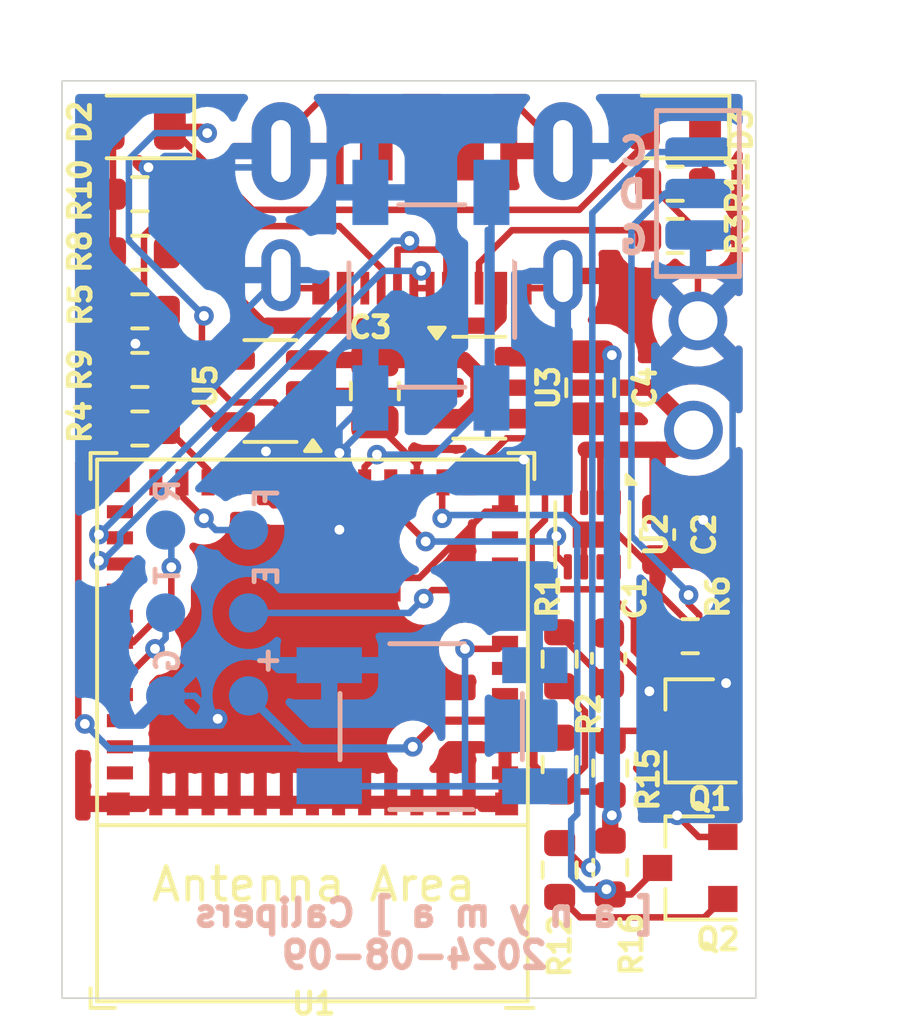
<source format=kicad_pcb>
(kicad_pcb (version 20240108) (generator "pcbnew") (generator_version "8.0")
  (layers (0 "F.Cu" signal) (31 "B.Cu" signal) (34 "B.Paste" user) (35 "F.Paste" user) (36 "B.SilkS" user "B.Silkscreen") (37 "F.SilkS" user "F.Silkscreen") (38 "B.Mask" user) (39 "F.Mask" user) (44 "Edge.Cuts" user))
  (net 0 "")
  (net 1 "GND")
  (net 2 "/en")
  (net 3 "/data")
  (net 4 "+3V3")
  (net 5 "+5V")
  (net 6 "/clock")
  (net 7 "/rx")
  (net 8 "/tx")
  (net 9 "/flash")
  (net 10 "/usb+")
  (net 11 "/usb-")
  (net 13 "Net-(J3-CC1)")
  (net 14 "Net-(J3-CC2)")
  (net 16 "/strap2")
  (net 17 "Net-(Q1-PadB)")
  (net 19 "/gpio_6")
  (net 21 "/ad1")
  (net 32 "/strap1")
  (net 36 "/gpio_0")
  (net 37 "/gpio_1")
  (net 38 "+BATT")
  (net 39 "/scl{slash}flash")
  (net 40 "/sda")
  (net 41 "Net-(D2-A)")
  (net 42 "Net-(D2-K)")
  (net 43 "Net-(D3-K)")
  (net 44 "Net-(U5-PROG)")
  (net 45 "Net-(U1-GPIO3{slash}ADC1_CH3)")
  (net 46 "Net-(U1-GPIO10)")
  (net 49 "Net-(Q2-PadB)")
  (footprint "Resistor_SMD:R_0603_1608Metric" (layer "F.Cu") (at 199.65 65.199 -90)
    (property "Reference" "R12")
    (property "Value" "560")
  )
  (footprint "Package_TO_SOT_SMD:SOT-23-5" (layer "F.Cu") (at 190.7875 50.524 180)
    (property "Reference" "U5")
    (property "Value" "MCP73831-2-OT")
  )
  (footprint "Capacitor_SMD:C_0603_1608Metric" (layer "F.Cu") (at 202.65 54.924 -90)
    (property "Reference" "C2")
    (property "Value" "100n")
  )
  (footprint "Resistor_SMD:R_0603_1608Metric" (layer "F.Cu") (at 203.1875 44.174 180)
    (property "Reference" "R11")
    (property "Value" "2k")
  )
  (footprint "synkie_footprints:SOT-23_BEC" (layer "F.Cu") (at 203.65 60.9365 180)
    (property "Reference" "Q1")
    (property "Value" "BC847")
  )
  (footprint "synkie_footprints:Solderpad_1mm" (layer "F.Cu") (at 203.242 51.47 180)
    (property "Reference" "J9" (hide yes))
    (property "Value" "BATT+")
  )
  (footprint "Resistor_SMD:R_0603_1608Metric" (layer "F.Cu") (at 203.65 58.0365 180)
    (property "Reference" "R6")
    (property "Value" "560")
  )
  (footprint "Resistor_SMD:R_0603_1608Metric" (layer "F.Cu") (at 186.7875 51.674)
    (property "Reference" "R4")
    (property "Value" "5k1")
  )
  (footprint "synkie_footprints:Solderpad_1mm" (layer "F.Cu") (at 203.3795 48.12 180)
    (property "Reference" "J10" (hide yes))
    (property "Value" "BATT-")
  )
  (footprint "Capacitor_SMD:C_0805_2012Metric" (layer "F.Cu") (at 193.9875 50.524 -90)
    (property "Reference" "C3")
    (property "Value" "10u")
  )
  (footprint "Resistor_SMD:R_0603_1608Metric" (layer "F.Cu") (at 199.65 58.7405 90)
    (property "Reference" "R1")
    (property "Value" "5k1")
  )
  (footprint "Package_TO_SOT_SMD:SOT-23-5" (layer "F.Cu") (at 197.1875 50.424)
    (property "Reference" "U3")
    (property "Value" "XC6220B331MR")
  )
  (footprint "Resistor_SMD:R_0603_1608Metric" (layer "F.Cu") (at 203.1875 45.774)
    (property "Reference" "R3")
    (property "Value" "5k1")
  )
  (footprint "LED_SMD:LED_0805_2012Metric" (layer "F.Cu") (at 203.1675 42.434 180)
    (property "Reference" "D3")
    (property "Value" "RDY")
  )
  (footprint "Resistor_SMD:R_0603_1608Metric" (layer "F.Cu") (at 201.2 65.124 90)
    (property "Reference" "R16")
    (property "Value" "51k")
  )
  (footprint "LED_SMD:LED_0805_2012Metric" (layer "F.Cu") (at 186.7675 42.434 180)
    (property "Reference" "D2")
    (property "Value" "CHRG")
  )
  (footprint "Resistor_SMD:R_0603_1608Metric" (layer "F.Cu") (at 186.7875 49.879 180)
    (property "Reference" "R9")
    (property "Value" "2k")
  )
  (footprint "synkie_footprints:JAE_USB-C_SJ122205" (layer "F.Cu") (at 195.43 46.274 180)
    (property "Reference" "J3" (hide yes))
    (property "Value" "USB_C_Receptacle_USB2.0")
  )
  (footprint "Capacitor_SMD:C_0603_1608Metric" (layer "F.Cu") (at 201.15 58.7139 90)
    (property "Reference" "C1")
    (property "Value" "1u")
  )
  (footprint "Resistor_SMD:R_0603_1608Metric" (layer "F.Cu") (at 186.7875 46.289 180)
    (property "Reference" "R8")
    (property "Value" "2k")
  )
  (footprint "Resistor_SMD:R_0603_1608Metric" (layer "F.Cu") (at 201.2 62.0772 -90)
    (property "Reference" "R15")
    (property "Value" "51k")
  )
  (footprint "PCM_Espressif:ESP32-C3-MINI-1" (layer "F.Cu") (at 192.075 60.924 180)
    (property "Reference" "U1")
    (property "Value" "ESP32-C3-MINI-1")
  )
  (footprint "Resistor_SMD:R_0603_1608Metric" (layer "F.Cu") (at 186.7875 48.084 180)
    (property "Reference" "R5")
    (property "Value" "5k1")
  )
  (footprint "Resistor_SMD:R_0603_1608Metric" (layer "F.Cu") (at 199.65 61.96975 90)
    (property "Reference" "R2")
    (property "Value" "5k1")
  )
  (footprint "Capacitor_SMD:C_0805_2012Metric" (layer "F.Cu") (at 200.5875 50.424 -90)
    (property "Reference" "C4")
    (property "Value" "4u7")
  )
  (footprint "Resistor_SMD:R_0603_1608Metric" (layer "F.Cu") (at 186.7875 44.494)
    (property "Reference" "R10")
    (property "Value" "2k")
  )
  (footprint "synkie_footprints:SOT-23_BEC" (layer "F.Cu") (at 203.65 65.1365 180)
    (property "Reference" "Q2")
    (property "Value" "BC847")
  )
  (footprint "Package_DFN_QFN:TDFN-8-1EP_2x2mm_P0.5mm_EP0.8x1.2mm" (layer "F.Cu") (at 200.65 54.924 -90)
    (property "Reference" "U2")
    (property "Value" "~")
  )
  (footprint "synkie_footprints:Alps_Tactile_Switch" (layer "B.Cu") (at 195.704 60.824)
    (property "Reference" "SW4" (hide yes))
    (property "Value" "Btn-2")
  )
  (footprint "synkie_footprints:Alps_Tactile_Switch" (layer "B.Cu") (at 195.75 47.624 90)
    (property "Reference" "SW2" (hide yes))
    (property "Value" "Btn-1")
  )
  (footprint "anyma_footprints:solderpad_1.27mm_3" (layer "B.Cu") (at 203.8875 44.474 180)
    (property "Reference" "J1" (hide yes))
    (property "Value" "Conn_01x03_Pin")
  )
  (footprint "Anyma06:AnymaPOGO-ESP" (layer "B.Cu") (at 185.035 54.784 90)
    (property "Reference" "J2" (hide yes))
    (property "Value" "Prog")
  )
  (gr_rect (start 184.4 41.0232) (end 205.6596 69.1248) (stroke (width 0.05)) (fill none) (layer "Edge.Cuts"))
  (gr_text "C" (at 202.4508 43.6532 0) (layer "B.SilkS") (effects (font (size 0.8 0.8) (thickness 0.2) (bold yes)) (justify left bottom mirror)))
  (gr_text "D" (at 202.4 44.974 0) (layer "B.SilkS") (effects (font (size 0.8 0.8) (thickness 0.2) (bold yes)) (justify left bottom mirror)))
  (gr_text "[ a n y m a ] Calipers \n2024-08-09" (at 195.2 68.274 0) (layer "B.SilkS") (effects (font (size 0.8 0.8) (thickness 0.2) (bold yes)) (justify bottom mirror)))
  (gr_text "G" (at 202.4496 46.3786 0) (layer "B.SilkS") (effects (font (size 0.8 0.8) (thickness 0.2) (bold yes)) (justify left bottom mirror)))
  (segment (start 200.814386 54.924) (end 200.65 54.924) (width 0.2) (layer "F.Cu") (net 1))
  (segment (start 190.699998 52.423998) (end 190.65 52.374) (width 0.2) (layer "F.Cu") (net 1))
  (segment (start 204.65 59.9865) (end 204.65 59.923391) (width 0.2) (layer "F.Cu") (net 1))
  (segment (start 197.375 54.224) (end 195.35 56.249) (width 0.2) (layer "F.Cu") (net 1))
  (segment (start 200.2 51.374) (end 199.9 51.674) (width 0.2) (layer "F.Cu") (net 1))
  (segment (start 187.6125 44.494) (end 187.6125 44.2365) (width 0.2) (layer "F.Cu") (net 1))
  (segment (start 198.025 63.174) (end 198.025 61.474) (width 0.2) (layer "F.Cu") (net 1))
  (segment (start 193.9875 51.474) (end 193.849998 51.474) (width 0.2) (layer "F.Cu") (net 1))
  (segment (start 198.025 61.474) (end 197.975 61.424) (width 0.2) (layer "F.Cu") (net 1))
  (segment (start 192.075 55.599) (end 192.9 54.774) (width 0.2) (layer "F.Cu") (net 1))
  (segment (start 203.525 57.548852) (end 202.65 56.673852) (width 0.2) (layer "F.Cu") (net 1))
  (segment (start 203.9125 64.1865) (end 203.25 63.524) (width 0.2) (layer "F.Cu") (net 1))
  (segment (start 199.9 54.338386) (end 200.485614 54.924) (width 0.2) (layer "F.Cu") (net 1))
  (segment (start 185.9625 48.084) (end 185.9625 48.3865) (width 0.2) (layer "F.Cu") (net 1))
  (segment (start 200.4 55.9115) (end 200.4 55.174) (width 0.2) (layer "F.Cu") (net 1))
  (segment (start 199.375 47.374) (end 199.75 46.999) (width 0.2) (layer "F.Cu") (net 1))
  (segment (start 192.9 52.423998) (end 190.699998 52.423998) (width 0.2) (layer "F.Cu") (net 1))
  (segment (start 186.6625 50.579) (end 185.9625 49.879) (width 0.2) (layer "F.Cu") (net 1))
  (segment (start 200.5875 51.374) (end 200.2 51.374) (width 0.2) (layer "F.Cu") (net 1))
  (segment (start 195.35 56.249) (end 194.05 56.249) (width 0.2) (layer "F.Cu") (net 1))
  (segment (start 202.65 56.673852) (end 202.65 55.699) (width 0.2) (layer "F.Cu") (net 1))
  (segment (start 191.925 50.524) (end 194.05 50.524) (width 0.2) (layer "F.Cu") (net 1))
  (segment (start 202.225 55.699) (end 202.65 55.699) (width 0.2) (layer "F.Cu") (net 1))
  (segment (start 192.075 56.249) (end 192.075 55.599) (width 0.2) (layer "F.Cu") (net 1))
  (segment (start 198.025 53.274) (end 198.025 53.149) (width 0.2) (layer "F.Cu") (net 1))
  (segment (start 202.65 55.699) (end 202.825 55.699) (width 0.2) (layer "F.Cu") (net 1))
  (segment (start 186.125 63.174) (end 198.025 63.174) (width 0.2) (layer "F.Cu") (net 1))
  (segment (start 203.8875 45.899) (end 204.0125 45.774) (width 0.2) (layer "F.Cu") (net 1))
  (segment (start 204.65 64.1865) (end 203.9125 64.1865) (width 0.2) (layer "F.Cu") (net 1))
  (segment (start 195.275 52.7615) (end 193.9875 51.474) (width 0.2) (layer "F.Cu") (net 1))
  (segment (start 201.4 54.338386) (end 200.814386 54.924) (width 0.2) (layer "F.Cu") (net 1))
  (segment (start 202.825 55.699) (end 204.05 54.474) (width 0.2) (layer "F.Cu") (net 1))
  (segment (start 186.6625 52.7365) (end 186.6625 50.579) (width 0.2) (layer "F.Cu") (net 1))
  (segment (start 200.485614 54.924) (end 200.65 54.924) (width 0.2) (layer "F.Cu") (net 1))
  (segment (start 187.6125 44.2365) (end 187.05 43.674) (width 0.2) (layer "F.Cu") (net 1))
  (segment (start 203.525 58.798391) (end 203.525 57.548852) (width 0.2) (layer "F.Cu") (net 1))
  (segment (start 192.33 47.374) (end 191.51 47.374) (width 0.2) (layer "F.Cu") (net 1))
  (segment (start 191.51 47.374) (end 191.11 46.974) (width 0.2) (layer "F.Cu") (net 1))
  (segment (start 201.15 58.265204) (end 202.4 59.515204) (width 0.2) (layer "F.Cu") (net 1))
  (segment (start 197.975 54.224) (end 197.375 54.224) (width 0.2) (layer "F.Cu") (net 1))
  (segment (start 193.9875 50.5865) (end 193.9875 51.474) (width 0.2) (layer "F.Cu") (net 1))
  (segment (start 204.65 59.9865) (end 204.65 59.574) (width 0.2) (layer "F.Cu") (net 1))
  (segment (start 201.4 53.9365) (end 201.4 54.338386) (width 0.2) (layer "F.Cu") (net 1))
  (segment (start 186.125 53.274) (end 186.6625 52.7365) (width 0.2) (layer "F.Cu") (net 1))
  (segment (start 202.4125 44.174) (end 204.0125 45.774) (width 0.2) (layer "F.Cu") (net 1))
  (segment (start 199.75 43.174) (end 198.15 41.574) (width 0.2) (layer "F.Cu") (net 1))
  (segment (start 204.65 59.923391) (end 203.525 58.798391) (width 0.2) (layer "F.Cu") (net 1))
  (segment (start 198.025 53.149) (end 198.55 52.624) (width 0.2) (layer "F.Cu") (net 1))
  (segment (start 201.45 54.924) (end 202.225 55.699) (width 0.2) (layer "F.Cu") (net 1))
  (segment (start 199.9 53.9365) (end 199.9 54.338386) (width 0.2) (layer "F.Cu") (net 1))
  (segment (start 192.35 41.574) (end 191.11 42.814) (width 0.2) (layer "F.Cu") (net 1))
  (segment (start 194.05 50.524) (end 193.9875 50.5865) (width 0.2) (layer "F.Cu") (net 1))
  (segment (start 202.4 59.515204) (end 202.4 59.724) (width 0.2) (layer "F.Cu") (net 1))
  (segment (start 195.95 50.524) (end 196.05 50.424) (width 0.2) (layer "F.Cu") (net 1))
  (segment (start 199.9 51.674) (end 199.9 53.9365) (width 0.2) (layer "F.Cu") (net 1))
  (segment (start 191.11 42.814) (end 191.11 43.174) (width 0.2) (layer "F.Cu") (net 1))
  (segment (start 204.65 59.574) (end 204.75 59.474) (width 0.2) (layer "F.Cu") (net 1))
  (segment (start 200.65 54.924) (end 201.45 54.924) (width 0.2) (layer "F.Cu") (net 1))
  (segment (start 185.9625 48.3865) (end 186.65 49.074) (width 0.2) (layer "F.Cu") (net 1))
  (segment (start 198.15 41.574) (end 192.35 41.574) (width 0.2) (layer "F.Cu") (net 1))
  (segment (start 202.3625 44.174) (end 202.4125 44.174) (width 0.2) (layer "F.Cu") (net 1))
  (segment (start 201.15 57.9389) (end 201.15 58.265204) (width 0.2) (layer "F.Cu") (net 1))
  (segment (start 185.9625 49.879) (end 185.9625 48.084) (width 0.2) (layer "F.Cu") (net 1))
  (segment (start 195.275 53.324) (end 195.275 52.7615) (width 0.2) (layer "F.Cu") (net 1))
  (segment (start 190.1 60.199) (end 189.53939 60.199) (width 0.2) (layer "F.Cu") (net 1))
  (segment (start 193.849998 51.474) (end 192.9 52.423998) (width 0.2) (layer "F.Cu") (net 1))
  (segment (start 200.4 55.174) (end 200.65 54.924) (width 0.2) (layer "F.Cu") (net 1))
  (segment (start 198.53 47.374) (end 199.375 47.374) (width 0.2) (layer "F.Cu") (net 1))
  (segment (start 203.8875 48.374) (end 203.8875 45.899) (width 0.2) (layer "F.Cu") (net 1))
  (segment (start 194.05 50.524) (end 195.95 50.524) (width 0.2) (layer "F.Cu") (net 1))
  (segment (start 189.53939 60.199) (end 189.171403 60.566987) (width 0.2) (layer "F.Cu") (net 1))
  (via (at 186.65 49.074) (size 0.6) (drill 0.3) (layers "F.Cu" "B.Cu") (net 1))
  (via (at 202.4 59.724) (size 0.6) (drill 0.3) (layers "F.Cu" "B.Cu") (net 1))
  (via (at 204.75 59.474) (size 0.6) (drill 0.3) (layers "F.Cu" "B.Cu") (net 1))
  (via (at 203.25 63.524) (size 0.6) (drill 0.3) (layers "F.Cu" "B.Cu") (net 1))
  (via (at 190.65 52.374) (size 0.6) (drill 0.3) (layers "F.Cu" "B.Cu") (net 1))
  (via (at 198.55 52.624) (size 0.6) (drill 0.3) (layers "F.Cu" "B.Cu") (net 1))
  (via (at 192.9 52.423998) (size 0.6) (drill 0.3) (layers "F.Cu" "B.Cu") (net 1))
  (via (at 192.9 54.774) (size 0.6) (drill 0.3) (layers "F.Cu" "B.Cu") (net 1))
  (via (at 187.05 43.674) (size 0.6) (drill 0.3) (layers "F.Cu" "B.Cu") (net 1))
  (via (at 189.171403 60.566987) (size 0.6) (drill 0.3) (layers "F.Cu" "B.Cu") (net 1))
  (via (at 204.05 54.474) (size 0.6) (drill 0.3) (layers "F.Cu" "B.Cu") (net 1))
  (segment (start 204.95 49.4365) (end 203.8875 48.374) (width 0.2) (layer "B.Cu") (net 1))
  (segment (start 199.75 51.424) (end 199.75 46.999) (width 0.2) (layer "B.Cu") (net 1))
  (segment (start 192.9 51.689) (end 193.85 50.739) (width 0.2) (layer "B.Cu") (net 1))
  (segment (start 203.25 63.524) (end 204.95 61.824) (width 0.2) (layer "B.Cu") (net 1))
  (segment (start 186.65 49.074) (end 189.01 49.074) (width 0.2) (layer "B.Cu") (net 1))
  (segment (start 204.75 59.474) (end 204.75 61.624) (width 0.2) (layer "B.Cu") (net 1))
  (segment (start 189.01 49.074) (end 191.11 46.974) (width 0.2) (layer "B.Cu") (net 1))
  (segment (start 204.5 59.724) (end 204.75 59.474) (width 0.2) (layer "B.Cu") (net 1))
  (segment (start 192.285 50.739) (end 193.85 50.739) (width 0.2) (layer "B.Cu") (net 1))
  (segment (start 187.05 43.674) (end 190.61 43.674) (width 0.2) (layer "B.Cu") (net 1))
  (segment (start 188.468416 59.864) (end 189.171403 60.566987) (width 0.2) (layer "B.Cu") (net 1))
  (segment (start 192.9 54.774) (end 192.9 51.689) (width 0.2) (layer "B.Cu") (net 1))
  (segment (start 204.05 54.474) (end 204.85 54.474) (width 0.2) (layer "B.Cu") (net 1))
  (segment (start 193.85 51.473998) (end 192.9 52.423998) (width 0.2) (layer "B.Cu") (net 1))
  (segment (start 204.85 54.474) (end 204.95 54.374) (width 0.2) (layer "B.Cu") (net 1))
  (segment (start 204.95 54.374) (end 204.95 49.4365) (width 0.2) (layer "B.Cu") (net 1))
  (segment (start 187.575 59.864) (end 188.468416 59.864) (width 0.2) (layer "B.Cu") (net 1))
  (segment (start 192.9 51.689) (end 192.9 52.423998) (width 0.2) (layer "B.Cu") (net 1))
  (segment (start 190.65 52.374) (end 192.285 50.739) (width 0.2) (layer "B.Cu") (net 1))
  (segment (start 193.85 50.739) (end 193.85 51.473998) (width 0.2) (layer "B.Cu") (net 1))
  (segment (start 204.75 61.624) (end 204.95 61.824) (width 0.2) (layer "B.Cu") (net 1))
  (segment (start 202.4 59.724) (end 204.5 59.724) (width 0.2) (layer "B.Cu") (net 1))
  (segment (start 190.61 43.674) (end 191.11 43.174) (width 0.2) (layer "B.Cu") (net 1))
  (segment (start 204.95 61.824) (end 204.95 54.374) (width 0.2) (layer "B.Cu") (net 1))
  (segment (start 198.55 52.624) (end 199.75 51.424) (width 0.2) (layer "B.Cu") (net 1))
  (segment (start 198.3585 56.624) (end 199.65 57.9155) (width 0.2) (layer "F.Cu") (net 2))
  (segment (start 199.65 57.9889) (end 201.15 59.4889) (width 0.2) (layer "F.Cu") (net 2))
  (segment (start 199.65 57.9155) (end 199.65 57.9889) (width 0.2) (layer "F.Cu") (net 2))
  (segment (start 197.975 56.624) (end 198.3585 56.624) (width 0.2) (layer "F.Cu") (net 2))
  (segment (start 195.744965 56.624) (end 195.483907 56.885058) (width 0.2) (layer "F.Cu") (net 2))
  (segment (start 197.975 56.624) (end 195.744965 56.624) (width 0.2) (layer "F.Cu") (net 2))
  (via (at 195.483907 56.885058) (size 0.6) (drill 0.3) (layers "F.Cu" "B.Cu") (net 2))
  (segment (start 190.115 57.324) (end 195.044965 57.324) (width 0.2) (layer "B.Cu") (net 2))
  (segment (start 195.044965 57.324) (end 195.483907 56.885058) (width 0.2) (layer "B.Cu") (net 2))
  (segment (start 203.599339 56.774661) (end 203.599339 57.057505) (width 0.2) (layer "F.Cu") (net 3))
  (segment (start 203.925 57.4865) (end 204.475 58.0365) (width 0.2) (layer "F.Cu") (net 3))
  (segment (start 203.599339 57.057505) (end 203.925 57.383166) (width 0.2) (layer "F.Cu") (net 3))
  (segment (start 203.925 57.383166) (end 203.925 57.4865) (width 0.2) (layer "F.Cu") (net 3))
  (via (at 203.599339 56.774661) (size 0.6) (drill 0.3) (layers "F.Cu" "B.Cu") (net 3))
  (segment (start 203.599339 56.774661) (end 203.599339 56.713617) (width 0.2) (layer "B.Cu") (net 3))
  (segment (start 203.599339 56.713617) (end 201.85 54.964278) (width 0.2) (layer "B.Cu") (net 3))
  (segment (start 201.85 45.5115) (end 202.8875 44.474) (width 0.2) (layer "B.Cu") (net 3))
  (segment (start 201.85 54.964278) (end 201.85 45.5115) (width 0.2) (layer "B.Cu") (net 3))
  (segment (start 202.8875 44.474) (end 203.8875 44.474) (width 0.2) (layer "B.Cu") (net 3))
  (segment (start 185.9625 51.674) (end 184.9 52.7365) (width 0.2) (layer "F.Cu") (net 4))
  (segment (start 198.85 61.99475) (end 199.65 62.79475) (width 0.25) (layer "F.Cu") (net 4))
  (segment (start 201.2 63.574) (end 201.25 63.524) (width 0.5) (layer "F.Cu") (net 4))
  (segment (start 198.85 61.049) (end 198.85 61.99475) (width 0.25) (layer "F.Cu") (net 4))
  (segment (start 195.95 60.624) (end 197.975 60.624) (width 0.25) (layer "F.Cu") (net 4))
  (segment (start 184.9 52.7365) (end 184.9 60.524) (width 0.2) (layer "F.Cu") (net 4))
  (segment (start 184.9 60.524) (end 185.1 60.724) (width 0.2) (layer "F.Cu") (net 4))
  (segment (start 200.425 62.01975) (end 199.65 62.79475) (width 0.2) (layer "F.Cu") (net 4))
  (segment (start 199.65 59.5655) (end 200.425 60.3405) (width 0.2) (layer "F.Cu") (net 4))
  (segment (start 201.09255 62.79475) (end 201.2 62.9022) (width 0.2) (layer "F.Cu") (net 4))
  (segment (start 201.25 63.524) (end 201.25 62.9522) (width 0.5) (layer "F.Cu") (net 4))
  (segment (start 201.25 62.9522) (end 201.2 62.9022) (width 0.5) (layer "F.Cu") (net 4))
  (segment (start 198.325 49.474) (end 200.5875 49.474) (width 0.5) (layer "F.Cu") (net 4))
  (segment (start 200.425 60.3405) (end 200.425 62.01975) (width 0.2) (layer "F.Cu") (net 4))
  (segment (start 200.5875 49.474) (end 201.2 49.474) (width 0.5) (layer "F.Cu") (net 4))
  (segment (start 195.15 61.424) (end 195.95 60.624) (width 0.25) (layer "F.Cu") (net 4))
  (segment (start 201.2 49.474) (end 201.25 49.424) (width 0.5) (layer "F.Cu") (net 4))
  (segment (start 201.2 64.299) (end 201.2 63.574) (width 0.5) (layer "F.Cu") (net 4))
  (segment (start 197.975 60.624) (end 198.425 60.624) (width 0.25) (layer "F.Cu") (net 4))
  (segment (start 198.425 60.624) (end 198.85 61.049) (width 0.25) (layer "F.Cu") (net 4))
  (segment (start 199.65 62.79475) (end 201.09255 62.79475) (width 0.2) (layer "F.Cu") (net 4))
  (via (at 201.25 63.524) (size 0.6) (drill 0.3) (layers "F.Cu" "B.Cu") (net 4))
  (via (at 185.1 60.724) (size 0.6) (drill 0.3) (layers "F.Cu" "B.Cu") (net 4))
  (via (at 195.15 61.424) (size 0.6) (drill 0.3) (layers "F.Cu" "B.Cu") (net 4))
  (via (at 201.25 49.424) (size 0.6) (drill 0.3) (layers "F.Cu" "B.Cu") (net 4))
  (segment (start 185.85 61.474) (end 191.625 61.474) (width 0.2) (layer "B.Cu") (net 4))
  (segment (start 191.725 61.474) (end 195.1 61.474) (width 0.25) (layer "B.Cu") (net 4))
  (segment (start 191.625 61.474) (end 191.675 61.424) (width 0.2) (layer "B.Cu") (net 4))
  (segment (start 185.1 60.724) (end 185.85 61.474) (width 0.2) (layer "B.Cu") (net 4))
  (segment (start 195.1 61.474) (end 195.15 61.424) (width 0.25) (layer "B.Cu") (net 4))
  (segment (start 190.115 59.864) (end 191.675 61.424) (width 0.25) (layer "B.Cu") (net 4))
  (segment (start 201.25 49.424) (end 201.25 63.524) (width 0.5) (layer "B.Cu") (net 4))
  (segment (start 191.675 61.424) (end 191.725 61.474) (width 0.25) (layer "B.Cu") (net 4))
  (segment (start 193.15 48.524) (end 190.7 48.524) (width 0.5) (layer "F.Cu") (net 5))
  (segment (start 197.78 48.254) (end 197.51 48.524) (width 0.5) (layer "F.Cu") (net 5))
  (segment (start 197.51 48.524) (end 193.15 48.524) (width 0.5) (layer "F.Cu") (net 5))
  (segment (start 187.6125 46.289) (end 188.465 46.289) (width 0.2) (layer "F.Cu") (net 5))
  (segment (start 193.08 48.454) (end 193.08 47.374) (width 0.5) (layer "F.Cu") (net 5))
  (segment (start 188.465 46.289) (end 190.7 48.524) (width 0.2) (layer "F.Cu") (net 5))
  (segment (start 193.15 48.524) (end 193.08 48.454) (width 0.5) (layer "F.Cu") (net 5))
  (segment (start 190.7 48.524) (end 189.65 49.574) (width 0.5) (layer "F.Cu") (net 5))
  (segment (start 197.78 47.374) (end 197.78 48.254) (width 0.5) (layer "F.Cu") (net 5))
  (segment (start 200.60329 65.123999) (end 200.399999 65.123999) (width 0.2) (layer "F.Cu") (net 6))
  (segment (start 200.399999 65.123999) (end 199.65 64.374) (width 0.2) (layer "F.Cu") (net 6))
  (via (at 200.60329 65.123999) (size 0.6) (drill 0.3) (layers "F.Cu" "B.Cu") (net 6))
  (segment (start 200.60329 65.123999) (end 200.65 65.077289) (width 0.2) (layer "B.Cu") (net 6))
  (segment (start 202.517792 43.204) (end 203.8875 43.204) (width 0.2) (layer "B.Cu") (net 6))
  (segment (start 200.65 45.071792) (end 202.517792 43.204) (width 0.2) (layer "B.Cu") (net 6))
  (segment (start 200.65 65.077289) (end 200.65 45.071792) (width 0.2) (layer "B.Cu") (net 6))
  (segment (start 186.575 58.224) (end 187.75 57.049) (width 0.2) (layer "F.Cu") (net 7))
  (segment (start 186.175 58.224) (end 186.575 58.224) (width 0.2) (layer "F.Cu") (net 7))
  (segment (start 187.75 57.049) (end 187.75 55.924) (width 0.2) (layer "F.Cu") (net 7))
  (via (at 187.75 55.924) (size 0.6) (drill 0.3) (layers "F.Cu" "B.Cu") (net 7))
  (segment (start 187.75 55.924) (end 187.75 54.959) (width 0.2) (layer "B.Cu") (net 7))
  (segment (start 187.75 54.959) (end 187.575 54.784) (width 0.2) (layer "B.Cu") (net 7))
  (segment (start 187.25 58.424) (end 186.65 59.024) (width 0.2) (layer "F.Cu") (net 8))
  (segment (start 186.65 59.024) (end 186.175 59.024) (width 0.2) (layer "F.Cu") (net 8))
  (via (at 187.25 58.424) (size 0.6) (drill 0.3) (layers "F.Cu" "B.Cu") (net 8))
  (segment (start 187.575 57.324) (end 187.575 58.099) (width 0.2) (layer "B.Cu") (net 8))
  (segment (start 187.575 58.099) (end 187.25 58.424) (width 0.2) (layer "B.Cu") (net 8))
  (segment (start 188.075 53.749) (end 188.075 53.324) (width 0.2) (layer "F.Cu") (net 9))
  (segment (start 188.75 54.424) (end 188.075 53.749) (width 0.2) (layer "F.Cu") (net 9))
  (via (at 188.75 54.424) (size 0.6) (drill 0.3) (layers "F.Cu" "B.Cu") (net 9))
  (segment (start 189.11 54.784) (end 188.75 54.424) (width 0.2) (layer "B.Cu") (net 9))
  (segment (start 190.115 54.784) (end 189.11 54.784) (width 0.2) (layer "B.Cu") (net 9))
  (segment (start 195.68 47.374) (end 195.68 47.120042) (width 0.2) (layer "F.Cu") (net 10))
  (segment (start 195.68 47.120042) (end 195.403958 46.844) (width 0.2) (layer "F.Cu") (net 10))
  (segment (start 185.84967 55.72367) (end 185.95 55.824) (width 0.2) (layer "F.Cu") (net 10))
  (segment (start 195.18 47.374) (end 195.68 47.374) (width 0.2) (layer "F.Cu") (net 10))
  (segment (start 185.5318 55.72367) (end 185.84967 55.72367) (width 0.2) (layer "F.Cu") (net 10))
  (via (at 185.5318 55.72367) (size 0.6) (drill 0.3) (layers "F.Cu" "B.Cu") (net 10))
  (via (at 195.403958 46.844) (size 0.6) (drill 0.3) (layers "F.Cu" "B.Cu") (net 10))
  (segment (start 186.1818 55.193239) (end 186.1818 54.904407) (width 0.2) (layer "B.Cu") (net 10))
  (segment (start 185.5318 55.72367) (end 185.651369 55.72367) (width 0.2) (layer "B.Cu") (net 10))
  (segment (start 194.242207 46.844) (end 195.403958 46.844) (width 0.2) (layer "B.Cu") (net 10))
  (segment (start 186.1818 54.904407) (end 194.242207 46.844) (width 0.2) (layer "B.Cu") (net 10))
  (segment (start 185.651369 55.72367) (end 186.1818 55.193239) (width 0.2) (layer "B.Cu") (net 10))
  (segment (start 194.68 47.374) (end 194.68 46.194) (width 0.2) (layer "F.Cu") (net 11))
  (segment (start 185.5318 54.924) (end 186.075 54.924) (width 0.2) (layer "F.Cu") (net 11))
  (segment (start 186.075 54.924) (end 186.175 55.024) (width 0.2) (layer "F.Cu") (net 11))
  (segment (start 196.18 46.294) (end 196.18 47.374) (width 0.2) (layer "F.Cu") (net 11))
  (segment (start 194.68 46.194) (end 195.35 46.194) (width 0.2) (layer "F.Cu") (net 11))
  (segment (start 196.08 46.194) (end 196.18 46.294) (width 0.2) (layer "F.Cu") (net 11))
  (segment (start 195.35 46.194) (end 195.32 46.194) (width 0.2) (layer "F.Cu") (net 11))
  (segment (start 195.35 46.194) (end 196.08 46.194) (width 0.2) (layer "F.Cu") (net 11))
  (segment (start 195.32 46.194) (end 195.05 45.924) (width 0.2) (layer "F.Cu") (net 11))
  (via (at 195.05 45.924) (size 0.6) (drill 0.3) (layers "F.Cu" "B.Cu") (net 11))
  (via (at 185.5318 54.924) (size 0.6) (drill 0.3) (layers "F.Cu" "B.Cu") (net 11))
  (segment (start 195.05 45.924) (end 194.5318 45.924) (width 0.2) (layer "B.Cu") (net 11))
  (segment (start 194.5318 45.924) (end 185.5318 54.924) (width 0.2) (layer "B.Cu") (net 11))
  (segment (start 197.18 46.604761) (end 198.185761 45.599) (width 0.2) (layer "F.Cu") (net 13))
  (segment (start 198.185761 45.599) (end 202.1875 45.599) (width 0.2) (layer "F.Cu") (net 13))
  (segment (start 202.1875 45.599) (end 202.3625 45.774) (width 0.2) (layer "F.Cu") (net 13))
  (segment (start 197.18 47.374) (end 197.18 46.604761) (width 0.2) (layer "F.Cu") (net 13))
  (segment (start 187.2 45.474) (end 192.9 45.474) (width 0.2) (layer "F.Cu") (net 14))
  (segment (start 186.9125 47.384) (end 186.9125 45.7615) (width 0.2) (layer "F.Cu") (net 14))
  (segment (start 192.9 45.474) (end 194.245 46.819) (width 0.2) (layer "F.Cu") (net 14))
  (segment (start 187.6125 48.084) (end 186.9125 47.384) (width 0.2) (layer "F.Cu") (net 14))
  (segment (start 186.9125 45.7615) (end 187.2 45.474) (width 0.2) (layer "F.Cu") (net 14))
  (segment (start 198.875 60.36975) (end 198.875 59.149) (width 0.2) (layer "F.Cu") (net 16))
  (segment (start 199.65 61.14475) (end 198.875 60.36975) (width 0.2) (layer "F.Cu") (net 16))
  (segment (start 198.875 59.149) (end 198.75 59.024) (width 0.2) (layer "F.Cu") (net 16))
  (segment (start 198.75 59.024) (end 197.975 59.024) (width 0.2) (layer "F.Cu") (net 16))
  (segment (start 202.825 58.664075) (end 202.825 58.0365) (width 0.2) (layer "F.Cu") (net 17))
  (segment (start 204.65 61.8865) (end 203.45 60.6865) (width 0.2) (layer "F.Cu") (net 17))
  (segment (start 203.45 60.6865) (end 203.45 59.289075) (width 0.2) (layer "F.Cu") (net 17))
  (segment (start 203.45 59.289075) (end 202.825 58.664075) (width 0.2) (layer "F.Cu") (net 17))
  (segment (start 190.875 54.024) (end 194.431762 54.024) (width 0.2) (layer "F.Cu") (net 19))
  (segment (start 199.549998 54.974) (end 199.549998 55.561498) (width 0.2) (layer "F.Cu") (net 19))
  (segment (start 190.775 53.924) (end 190.875 54.024) (width 0.2) (layer "F.Cu") (net 19))
  (segment (start 199.549998 55.561498) (end 199.9 55.9115) (width 0.2) (layer "F.Cu") (net 19))
  (segment (start 190.475 53.924) (end 190.775 53.924) (width 0.2) (layer "F.Cu") (net 19))
  (segment (start 194.431762 54.024) (end 195.543761 55.135999) (width 0.2) (layer "F.Cu") (net 19))
  (segment (start 190.475 53.324) (end 190.475 53.924) (width 0.2) (layer "F.Cu") (net 19))
  (via (at 199.549998 54.974) (size 0.6) (drill 0.3) (layers "F.Cu" "B.Cu") (net 19))
  (via (at 195.543761 55.135999) (size 0.6) (drill 0.3) (layers "F.Cu" "B.Cu") (net 19))
  (segment (start 199.387999 55.135999) (end 195.543761 55.135999) (width 0.2) (layer "B.Cu") (net 19))
  (segment (start 199.549998 54.974) (end 199.387999 55.135999) (width 0.2) (layer "B.Cu") (net 19))
  (segment (start 188.875 52.9365) (end 187.6125 51.674) (width 0.2) (layer "F.Cu") (net 32))
  (segment (start 188.875 53.324) (end 188.875 52.9365) (width 0.2) (layer "F.Cu") (net 32))
  (segment (start 198.819239 51.974) (end 198.025 51.974) (width 0.2) (layer "F.Cu") (net 36))
  (segment (start 199.504381 56.599) (end 198.79381 55.888429) (width 0.2) (layer "F.Cu") (net 36))
  (segment (start 201.5157 60.9365) (end 201.2 61.2522) (width 0.2) (layer "F.Cu") (net 36))
  (segment (start 199.2 54.474) (end 199.2 52.354761) (width 0.2) (layer "F.Cu") (net 36))
  (segment (start 202.669239 59.074) (end 202.524482 59.074) (width 0.2) (layer "F.Cu") (net 36))
  (segment (start 198.79381 55.888429) (end 198.79381 54.88019) (width 0.2) (layer "F.Cu") (net 36))
  (segment (start 198.025 51.974) (end 196.875 53.124) (width 0.2) (layer "F.Cu") (net 36))
  (segment (start 203.05 60.5365) (end 203.05 59.454761) (width 0.2) (layer "F.Cu") (net 36))
  (segment (start 201.925 58.474518) (end 201.925 57.490204) (width 0.2) (layer "F.Cu") (net 36))
  (segment (start 202.65 60.9365) (end 201.5157 60.9365) (width 0.2) (layer "F.Cu") (net 36))
  (segment (start 196.875 53.124) (end 196.875 53.324) (width 0.2) (layer "F.Cu") (net 36))
  (segment (start 201.033796 56.599) (end 199.504381 56.599) (width 0.2) (layer "F.Cu") (net 36))
  (segment (start 202.524482 59.074) (end 201.925 58.474518) (width 0.2) (layer "F.Cu") (net 36))
  (segment (start 202.65 60.9365) (end 203.05 60.5365) (width 0.2) (layer "F.Cu") (net 36))
  (segment (start 201.925 57.490204) (end 201.033796 56.599) (width 0.2) (layer "F.Cu") (net 36))
  (segment (start 203.05 59.454761) (end 202.669239 59.074) (width 0.2) (layer "F.Cu") (net 36))
  (segment (start 198.79381 54.88019) (end 199.2 54.474) (width 0.2) (layer "F.Cu") (net 36))
  (segment (start 199.2 52.354761) (end 198.819239 51.974) (width 0.2) (layer "F.Cu") (net 36))
  (segment (start 201.2 65.949) (end 201.0853 65.8343) (width 0.2) (layer "F.Cu") (net 37))
  (segment (start 196.05 53.349) (end 196.075 53.324) (width 0.2) (layer "F.Cu") (net 37))
  (segment (start 196.05 54.424) (end 196.05 53.349) (width 0.2) (layer "F.Cu") (net 37))
  (segment (start 201.0853 65.8343) (end 201.0853 65.788711) (width 0.2) (layer "F.Cu") (net 37))
  (segment (start 201.8375 65.949) (end 202.65 65.1365) (width 0.2) (layer "F.Cu") (net 37))
  (segment (start 201.2 65.949) (end 201.8375 65.949) (width 0.2) (layer "F.Cu") (net 37))
  (via (at 196.05 54.424) (size 0.6) (drill 0.3) (layers "F.Cu" "B.Cu") (net 37))
  (via (at 201.0853 65.788711) (size 0.6) (drill 0.3) (layers "F.Cu" "B.Cu") (net 37))
  (segment (start 200.419473 65.788711) (end 200.00329 65.372528) (width 0.2) (layer "B.Cu") (net 37))
  (segment (start 200.00329 65.372528) (end 200.00329 63.66971) (width 0.2) (layer "B.Cu") (net 37))
  (segment (start 200.189 54.693761) (end 199.819239 54.324) (width 0.2) (layer "B.Cu") (net 37))
  (segment (start 200.189 63.484) (end 200.189 54.693761) (width 0.2) (layer "B.Cu") (net 37))
  (segment (start 196.15 54.324) (end 196.05 54.424) (width 0.2) (layer "B.Cu") (net 37))
  (segment (start 199.819239 54.324) (end 196.15 54.324) (width 0.2) (layer "B.Cu") (net 37))
  (segment (start 200.00329 63.66971) (end 200.189 63.484) (width 0.2) (layer "B.Cu") (net 37))
  (segment (start 201.0853 65.788711) (end 200.419473 65.788711) (width 0.2) (layer "B.Cu") (net 37))
  (segment (start 195.05 49.574) (end 196.715184 49.574) (width 0.5) (layer "F.Cu") (net 38))
  (segment (start 191.925 49.574) (end 195.05 49.574) (width 0.5) (layer "F.Cu") (net 38))
  (segment (start 197.1625 50.324) (end 197.2625 50.424) (width 0.5) (layer "F.Cu") (net 38))
  (segment (start 197.2625 50.424) (end 202.45 50.424) (width 0.5) (layer "F.Cu") (net 38))
  (segment (start 197.1625 50.826684) (end 196.615184 51.374) (width 0.5) (layer "F.Cu") (net 38))
  (segment (start 200.9 52.374) (end 200.95 52.324) (width 0.2) (layer "F.Cu") (net 38))
  (segment (start 197.1625 50.324) (end 197.1625 50.826684) (width 0.5) (layer "F.Cu") (net 38))
  (segment (start 200.4 53.9365) (end 200.4 52.374) (width 0.2) (layer "F.Cu") (net 38))
  (segment (start 200.95 52.324) (end 202.65 52.324) (width 0.5) (layer "F.Cu") (net 38))
  (segment (start 196.615184 51.374) (end 196.05 51.374) (width 0.5) (layer "F.Cu") (net 38))
  (segment (start 195.95 49.574) (end 196.05 49.474) (width 0.5) (layer "F.Cu") (net 38))
  (segment (start 200.9 53.9365) (end 200.9 52.374) (width 0.2) (layer "F.Cu") (net 38))
  (segment (start 200.45 52.324) (end 200.95 52.324) (width 0.5) (layer "F.Cu") (net 38))
  (segment (start 196.715184 49.574) (end 197.1625 50.021316) (width 0.5) (layer "F.Cu") (net 38))
  (segment (start 202.65 52.324) (end 203.15 52.324) (width 0.5) (layer "F.Cu") (net 38))
  (segment (start 197.1625 50.021316) (end 197.1625 50.324) (width 0.5) (layer "F.Cu") (net 38))
  (segment (start 203.15 52.324) (end 203.75 51.724) (width 0.5) (layer "F.Cu") (net 38))
  (segment (start 200.4 52.374) (end 200.45 52.324) (width 0.2) (layer "F.Cu") (net 38))
  (segment (start 202.65 52.324) (end 202.65 54.149) (width 0.5) (layer "F.Cu") (net 38))
  (segment (start 202.45 50.424) (end 203.75 51.724) (width 0.5) (layer "F.Cu") (net 38))
  (segment (start 195.05 49.574) (end 195.95 49.574) (width 0.5) (layer "F.Cu") (net 38))
  (segment (start 185.9625 46.289) (end 185.9625 42.5665) (width 0.2) (layer "F.Cu") (net 41))
  (segment (start 185.9625 42.5665) (end 185.83 42.434) (width 0.2) (layer "F.Cu") (net 41))
  (segment (start 191.5 51.474) (end 191.925 51.474) (width 0.2) (layer "F.Cu") (net 42))
  (segment (start 187.705 42.434) (end 190.245 44.974) (width 0.2) (layer "F.Cu") (net 42))
  (segment (start 188.75 48.224) (end 188.6875 48.2865) (width 0.2) (layer "F.Cu") (net 42))
  (segment (start 190.9 50.874) (end 191.5 51.474) (width 0.2) (layer "F.Cu") (net 42))
  (segment (start 188.66 42.434) (end 188.85 42.624) (width 0.2) (layer "F.Cu") (net 42))
  (segment (start 202.23 42.991056) (end 202.23 42.434) (width 0.2) (layer "F.Cu") (net 42))
  (segment (start 187.705 42.434) (end 188.66 42.434) (width 0.2) (layer "F.Cu") (net 42))
  (segment (start 188.6875 48.2865) (end 188.6875 49.9615) (width 0.2) (layer "F.Cu") (net 42))
  (segment (start 189.6 50.874) (end 190.9 50.874) (width 0.2) (layer "F.Cu") (net 42))
  (segment (start 190.245 44.974) (end 200.247056 44.974) (width 0.2) (layer "F.Cu") (net 42))
  (segment (start 200.247056 44.974) (end 202.23 42.991056) (width 0.2) (layer "F.Cu") (net 42))
  (segment (start 188.6875 49.9615) (end 189.6 50.874) (width 0.2) (layer "F.Cu") (net 42))
  (via (at 188.85 42.624) (size 0.6) (drill 0.3) (layers "F.Cu" "B.Cu") (net 42))
  (via (at 188.75 48.224) (size 0.6) (drill 0.3) (layers "F.Cu" "B.Cu") (net 42))
  (segment (start 186.45 45.924) (end 188.75 48.224) (width 0.2) (layer "B.Cu") (net 42))
  (segment (start 188.85 42.624) (end 187.251471 42.624) (width 0.2) (layer "B.Cu") (net 42))
  (segment (start 187.251471 42.624) (end 186.45 43.425471) (width 0.2) (layer "B.Cu") (net 42))
  (segment (start 186.45 43.425471) (end 186.45 45.924) (width 0.2) (layer "B.Cu") (net 42))
  (segment (start 204.105 42.434) (end 204.105 44.0815) (width 0.2) (layer "F.Cu") (net 43))
  (segment (start 204.105 44.0815) (end 204.0125 44.174) (width 0.2) (layer "F.Cu") (net 43))
  (segment (start 187.6125 49.879) (end 189.2075 51.474) (width 0.2) (layer "F.Cu") (net 44))
  (segment (start 189.2075 51.474) (end 189.65 51.474) (width 0.2) (layer "F.Cu") (net 44))
  (segment (start 197.775 58.424) (end 197.975 58.224) (width 0.2) (layer "F.Cu") (net 45))
  (segment (start 196.75 58.424) (end 197.775 58.424) (width 0.2) (layer "F.Cu") (net 45))
  (via (at 196.75 58.424) (size 0.6) (drill 0.3) (layers "F.Cu" "B.Cu") (net 45))
  (segment (start 192.589 62.634) (end 198.889 62.634) (width 0.2) (layer "B.Cu") (net 45))
  (segment (start 196.75 62.634) (end 196.75 58.424) (width 0.2) (layer "B.Cu") (net 45))
  (segment (start 198.889 62.634) (end 196.75 62.634) (width 0.2) (layer "B.Cu") (net 45))
  (segment (start 194.05 52.474) (end 193.675 52.849) (width 0.2) (layer "F.Cu") (net 46))
  (segment (start 193.675 52.849) (end 193.675 53.324) (width 0.2) (layer "F.Cu") (net 46))
  (via (at 194.05 52.474) (size 0.6) (drill 0.3) (layers "F.Cu" "B.Cu") (net 46))
  (segment (start 197.56 50.739) (end 195.825 52.474) (width 0.2) (layer "B.Cu") (net 46))
  (segment (start 197.56 44.384) (end 197.56 50.739) (width 0.2) (layer "B.Cu") (net 46))
  (segment (start 197.4475 45.589) (end 197.4475 51.889) (width 0.2) (layer "B.Cu") (net 46))
  (segment (start 195.825 52.474) (end 194.05 52.474) (width 0.2) (layer "B.Cu") (net 46))
  (segment (start 199.65 66.024) (end 200.275 66.649) (width 0.2) (layer "F.Cu") (net 49))
  (segment (start 204.0875 66.649) (end 204.65 66.0865) (width 0.2) (layer "F.Cu") (net 49))
  (segment (start 200.275 66.649) (end 204.0875 66.649) (width 0.2) (layer "F.Cu") (net 49))
  (zone (net 1) (net_name "GND") (layers "F&B.Cu") (connect_pads (clearance 0.5)) (min_thickness 0.25) (fill yes (thermal_gap 0.5) (thermal_bridge_width 0.5))
    (polygon (pts (xy 182.65 39.824) (xy 207.05 39.824) (xy 207.5 63.774) (xy 182.5 63.674)))
  )
)
</source>
